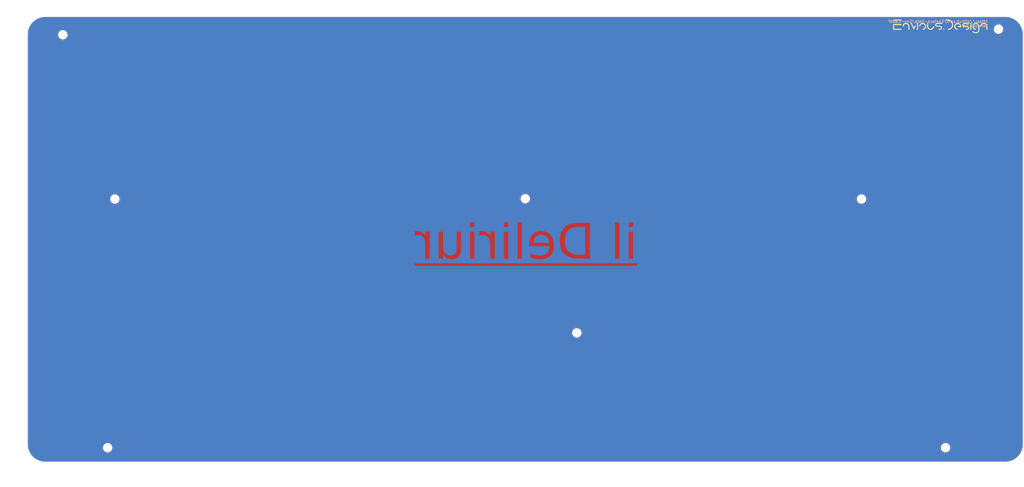
<source format=kicad_pcb>
(kicad_pcb (version 20221018) (generator pcbnew)
  (layers (0 "F.Cu" signal) (31 "B.Cu" signal) (34 "B.Paste" user) (35 "F.Paste" user) (36 "B.SilkS" user "B.Silkscreen") (37 "F.SilkS" user "F.Silkscreen") (38 "B.Mask" user) (39 "F.Mask" user) (44 "Edge.Cuts" user))
  (net 0 "")
  (footprint "Env_Extras:MountingHole_2.2mm_M2-MODIFIED" (layer "F.Cu") (at 233.15 122.85)
    (fp_text reference "H1")
    (fp_text value "MountingHole")
    (pad "" np_thru_hole circle (at 0 0) (size 2.2 2.2) (drill 2.2) (layers "*.Cu" "*.Mask"))
  )
  (footprint "Env_Extras:MountingHole_2.2mm_M2-MODIFIED" (layer "F.Cu") (at 87 38.1)
    (fp_text reference "H3")
    (fp_text value "MountingHole")
    (pad "" np_thru_hole circle (at 0 0) (size 2.2 2.2) (drill 2.2) (layers "*.Cu" "*.Mask"))
  )
  (footprint "Env_Extras:MountingHole_2.2mm_M2-MODIFIED" (layer "F.Cu") (at 218.5 84.7)
    (fp_text reference "H9")
    (fp_text value "MountingHole")
    (pad "" np_thru_hole circle (at 0 0) (size 2.2 2.2) (drill 2.2) (layers "*.Cu" "*.Mask"))
  )
  (footprint "Env_Extras:MountingHole_2.2mm_M2-MODIFIED" (layer "F.Cu") (at 314.1 84.8)
    (fp_text reference "H10")
    (fp_text value "MountingHole")
    (pad "" np_thru_hole circle (at 0 0) (size 2.2 2.2) (drill 2.2) (layers "*.Cu" "*.Mask"))
  )
  (footprint "Env_Extras:MountingHole_2.2mm_M2-MODIFIED" (layer "F.Cu") (at 99.75 155.5)
    (fp_text reference "H2")
    (fp_text value "MountingHole")
    (pad "" np_thru_hole circle (at 0 0) (size 2.2 2.2) (drill 2.2) (layers "*.Cu" "*.Mask"))
  )
  (footprint "Env_Extras:MountingHole_2.2mm_M2-MODIFIED" (layer "F.Cu") (at 101.8 84.8)
    (fp_text reference "H4")
    (fp_text value "MountingHole")
    (pad "" np_thru_hole circle (at 0 0) (size 2.2 2.2) (drill 2.2) (layers "*.Cu" "*.Mask"))
  )
  (footprint "Env_Extras:MountingHole_2.2mm_M2-MODIFIED" (layer "F.Cu") (at 338 155.5)
    (fp_text reference "H6")
    (fp_text value "MountingHole")
    (pad "" np_thru_hole circle (at 0 0) (size 2.2 2.2) (drill 2.2) (layers "*.Cu" "*.Mask"))
  )
  (footprint "Env_Extras:MountingHole_2.2mm_M2-MODIFIED" (layer "F.Cu") (at 353.05 36.5)
    (fp_text reference "H11")
    (fp_text value "MountingHole")
    (pad "" np_thru_hole circle (at 0 0) (size 2.2 2.2) (drill 2.2) (layers "*.Cu" "*.Mask"))
  )
  (footprint "kibuzzard-627518B3" (layer "F.Cu") (at 336.5 35.7)
    (fp_text reference "kibuzzard-627518B3" hide)
    (fp_text value "G***" hide)
    (fp_poly (pts (xy -11.031141 -1.980406) (xy -11.031141 -1.68275) (xy -13.408422 -1.68275) (xy -13.408422 -1.980406) (xy -11.031141 -1.980406)) (fill solid) (layer "F.SilkS"))
    (fp_poly (pts (xy -6.332141 1.004094) (xy -6.629797 1.004094) (xy -6.629797 -0.980281) (xy -6.332141 -0.980281) (xy -6.332141 1.004094)) (fill solid) (layer "F.SilkS"))
    (fp_poly (pts (xy 0.803672 0.678656) (xy 1.137047 0.678656) (xy 1.137047 1.000125) (xy 0.803672 1.000125) (xy 0.803672 0.678656)) (fill solid) (layer "F.SilkS"))
    (fp_poly (pts (xy 8.832453 1.004094) (xy 8.534797 1.004094) (xy 8.534797 -0.980281) (xy 8.832453 -0.980281) (xy 8.832453 1.004094)) (fill solid) (layer "F.SilkS"))
    (fp_poly (pts (xy -7.272734 -0.194469) (xy -6.931422 -0.194469) (xy -7.514828 0.968375) (xy -7.514828 0.988219) (xy -8.483203 -0.972344) (xy -8.153797 -0.972344) (xy -7.514828 0.329406) (xy -7.514828 0.309563) (xy -7.272734 -0.194469)) (fill solid) (layer "F.SilkS"))
    (fp_poly (pts (xy -11.031141 -0.396875) (xy -13.114734 -0.396875) (xy -13.114734 0.6985) (xy -11.031141 0.6985) (xy -11.031141 0.992188) (xy -13.408422 0.992188) (xy -13.408422 0.896938) (xy -13.408422 -0.396875) (xy -13.408422 -0.690563) (xy -11.031141 -0.690563) (xy -11.031141 -0.396875)) (fill solid) (layer "F.SilkS"))
    (fp_poly (pts (xy -10.757297 0.003969) (xy -10.737453 -0.195957) (xy -10.677922 -0.382984) (xy -10.584656 -0.552648) (xy -10.463609 -0.700484) (xy -10.317262 -0.82302) (xy -10.148094 -0.916781) (xy -9.961066 -0.976313) (xy -9.761141 -0.996156) (xy -9.561215 -0.976313) (xy -9.374188 -0.916781) (xy -9.204523 -0.82302) (xy -9.056688 -0.700484) (xy -8.934152 -0.552648) (xy -8.840391 -0.382984) (xy -8.780859 -0.195957) (xy -8.761016 0.003969) (xy -8.761016 1.000125) (xy -9.062641 1.000125) (xy -9.062641 0.003969) (xy -9.116219 -0.265906) (xy -9.265047 -0.488156) (xy -9.487297 -0.638969) (xy -9.761141 -0.694531) (xy -10.034984 -0.638969) (xy -10.257234 -0.488156) (xy -10.406063 -0.265906) (xy -10.459641 0.003969) (xy -10.757297 0.003969)) (fill solid) (layer "F.SilkS"))
    (fp_poly (pts (xy 11.412141 0.003969) (xy 11.431984 -0.195957) (xy 11.491516 -0.382984) (xy 11.584781 -0.552648) (xy 11.705828 -0.700484) (xy 11.852176 -0.82302) (xy 12.021344 -0.916781) (xy 12.208371 -0.976313) (xy 12.408297 -0.996156) (xy 12.608223 -0.976313) (xy 12.79525 -0.916781) (xy 12.964914 -0.82302) (xy 13.11275 -0.700484) (xy 13.235285 -0.552648) (xy 13.329047 -0.382984) (xy 13.388578 -0.195957) (xy 13.408422 0.003969) (xy 13.408422 1.000125) (xy 13.106797 1.000125) (xy 13.106797 0.003969) (xy 13.053219 -0.265906) (xy 12.904391 -0.488156) (xy 12.682141 -0.638969) (xy 12.408297 -0.694531) (xy 12.134453 -0.638969) (xy 11.912203 -0.488156) (xy 11.763375 -0.265906) (xy 11.709797 0.003969) (xy 11.412141 0.003969)) (fill solid) (layer "F.SilkS"))
    (fp_poly (pts (xy -2.756297 0.702469) (xy -2.488406 0.646906) (xy -2.268141 0.498078) (xy -2.117328 0.277813) (xy -2.061766 0.007938) (xy -2.061766 0) (xy -1.760141 0) (xy -1.760141 0.007938) (xy -1.779984 0.207863) (xy -1.839516 0.394891) (xy -1.932781 0.564059) (xy -2.053828 0.710406) (xy -2.200672 0.831453) (xy -2.371328 0.924719) (xy -2.558852 0.98425) (xy -2.756297 1.004094) (xy -2.956223 0.98425) (xy -3.14325 0.924719) (xy -3.312418 0.831453) (xy -3.458766 0.710406) (xy -3.579813 0.564059) (xy -3.673078 0.394891) (xy -3.732609 0.207863) (xy -3.752453 0.007938) (xy -3.752453 -0.988219) (xy -3.450828 -0.988219) (xy -3.450828 0.007938) (xy -3.39725 0.277813) (xy -3.250406 0.498078) (xy -3.030141 0.646906) (xy -2.756297 0.702469)) (fill solid) (layer "F.SilkS"))
    (fp_poly (pts (xy 1.490266 -1.976438) (xy 2.276078 -1.976438) (xy 2.501305 -1.951137) (xy 2.740422 -1.875234) (xy 2.976563 -1.751211) (xy 3.192859 -1.581547) (xy 3.381375 -1.36773) (xy 3.534172 -1.11125) (xy 3.635375 -0.815578) (xy 3.669109 -0.484188) (xy 3.638848 -0.178098) (xy 3.548063 0.105172) (xy 3.408164 0.358676) (xy 3.230563 0.575469) (xy 3.020715 0.752574) (xy 2.784078 0.887016) (xy 2.532063 0.971848) (xy 2.276078 1.000125) (xy 2.188766 1.000125) (xy 2.188766 0.702469) (xy 2.41548 0.680641) (xy 2.63525 0.615156) (xy 2.839145 0.51048) (xy 3.018234 0.371078) (xy 3.168055 0.198438) (xy 3.284141 -0.005953) (xy 3.358555 -0.237629) (xy 3.383359 -0.492125) (xy 3.362027 -0.715367) (xy 3.298031 -0.932656) (xy 3.19534 -1.135063) (xy 3.057922 -1.313656) (xy 2.88677 -1.464469) (xy 2.682875 -1.583531) (xy 2.449215 -1.660922) (xy 2.188766 -1.686719) (xy 1.490266 -1.686719) (xy 1.490266 -1.976438)) (fill solid) (layer "F.SilkS"))
    (fp_poly (pts (xy -5.034359 -0.980281) (xy -4.83741 -0.960934) (xy -4.651375 -0.902891) (xy -4.482207 -0.811113) (xy -4.335859 -0.690563) (xy -4.215309 -0.544215) (xy -4.123531 -0.375047) (xy -4.065488 -0.189012) (xy -4.046141 0.007938) (xy -4.065488 0.207863) (xy -4.123531 0.394891) (xy -4.215309 0.563563) (xy -4.335859 0.708422) (xy -4.482207 0.826988) (xy -4.651375 0.916781) (xy -4.83741 0.973336) (xy -5.034359 0.992188) (xy -5.034359 0.694531) (xy -4.764484 0.640953) (xy -4.544219 0.494109) (xy -4.397375 0.275828) (xy -4.343797 0.007938) (xy -4.397375 -0.261938) (xy -4.544219 -0.482203) (xy -4.764484 -0.629047) (xy -5.034359 -0.682625) (xy -5.30225 -0.629047) (xy -5.520531 -0.482203) (xy -5.667375 -0.261938) (xy -5.720953 0.007938) (xy -6.018609 0.007938) (xy -5.999262 -0.189012) (xy -5.941219 -0.375047) (xy -5.849441 -0.544215) (xy -5.728891 -0.690563) (xy -5.583039 -0.811113) (xy -5.415359 -0.902891) (xy -5.230813 -0.960934) (xy -5.034359 -0.980281)) (fill solid) (layer "F.SilkS"))
    (fp_poly (pts (xy -1.192609 -0.4445) (xy -1.075531 -0.250031) (xy -0.791766 -0.194469) (xy -0.494109 -0.194469) (xy -0.319484 -0.1905) (xy -0.105172 -0.168672) (xy 0.115094 -0.115094) (xy 0.311547 -0.011906) (xy 0.452438 0.156766) (xy 0.506016 0.404813) (xy 0.452438 0.646906) (xy 0.313531 0.811609) (xy 0.121047 0.914797) (xy -0.097234 0.970359) (xy -0.309563 0.992188) (xy -0.482203 0.996156) (xy -0.482203 0.706438) (xy -0.303609 0.710406) (xy -0.075406 0.690563) (xy 0.121047 0.60325) (xy 0.204391 0.404813) (xy 0.156766 0.246063) (xy 0.035719 0.154781) (xy -0.123031 0.115094) (xy -0.283766 0.107156) (xy -0.791766 0.107156) (xy -1.073547 0.067469) (xy -1.291828 -0.045641) (xy -1.432719 -0.22225) (xy -1.482328 -0.452438) (xy -1.406922 -0.710406) (xy -1.212453 -0.875109) (xy -0.948531 -0.964406) (xy -0.664766 -0.992188) (xy 0.506016 -0.992188) (xy 0.506016 -0.690563) (xy -0.791766 -0.682625) (xy -0.894953 -0.668734) (xy -1.027906 -0.635) (xy -1.143 -0.565547) (xy -1.192609 -0.4445)) (fill solid) (layer "F.SilkS"))
    (fp_poly (pts (xy 6.538516 -0.4445) (xy 6.655594 -0.250031) (xy 6.939359 -0.194469) (xy 7.237016 -0.194469) (xy 7.411641 -0.1905) (xy 7.625953 -0.168672) (xy 7.846219 -0.115094) (xy 8.042672 -0.011906) (xy 8.183563 0.156766) (xy 8.237141 0.404813) (xy 8.183563 0.646906) (xy 8.044656 0.811609) (xy 7.852172 0.914797) (xy 7.633891 0.970359) (xy 7.421563 0.992188) (xy 7.248922 0.996156) (xy 7.248922 0.706438) (xy 7.427516 0.710406) (xy 7.655719 0.690563) (xy 7.852172 0.60325) (xy 7.935516 0.404813) (xy 7.887891 0.246063) (xy 7.766844 0.154781) (xy 7.608094 0.115094) (xy 7.447359 0.107156) (xy 6.939359 0.107156) (xy 6.657578 0.067469) (xy 6.439297 -0.045641) (xy 6.298406 -0.22225) (xy 6.248797 -0.452438) (xy 6.324203 -0.710406) (xy 6.518672 -0.875109) (xy 6.782594 -0.964406) (xy 7.066359 -0.992188) (xy 8.237141 -0.992188) (xy 8.237141 -0.690563) (xy 6.939359 -0.682625) (xy 6.836172 -0.668734) (xy 6.703219 -0.635) (xy 6.588125 -0.565547) (xy 6.538516 -0.4445)) (fill solid) (layer "F.SilkS"))
    (fp_poly (pts (xy 4.962922 1.008063) (xy 4.762996 0.988715) (xy 4.575969 0.930672) (xy 4.406801 0.838895) (xy 4.260453 0.718344) (xy 4.139902 0.571996) (xy 4.048125 0.402828) (xy 3.990082 0.215801) (xy 3.970734 0.015875) (xy 3.990082 -0.181074) (xy 4.048125 -0.367109) (xy 4.139902 -0.536277) (xy 4.260453 -0.682625) (xy 4.406801 -0.803672) (xy 4.575969 -0.896938) (xy 4.762996 -0.956469) (xy 4.962922 -0.976313) (xy 5.159871 -0.956469) (xy 5.345906 -0.896938) (xy 5.515074 -0.803672) (xy 5.661422 -0.682625) (xy 5.782469 -0.536277) (xy 5.875734 -0.367109) (xy 5.935266 -0.181074) (xy 5.955109 0.015875) (xy 5.955109 0.206375) (xy 4.962922 0.206375) (xy 4.962922 -0.091281) (xy 5.657453 -0.091281) (xy 5.603875 -0.3175) (xy 5.455047 -0.504031) (xy 5.232797 -0.631031) (xy 4.962922 -0.678656) (xy 4.689078 -0.625078) (xy 4.468813 -0.47625) (xy 4.321969 -0.254) (xy 4.268391 0.015875) (xy 4.321969 0.289719) (xy 4.468813 0.509984) (xy 4.689078 0.656828) (xy 4.962922 0.710406) (xy 4.962922 1.008063)) (fill solid) (layer "F.SilkS"))
    (fp_poly (pts (xy 11.118453 0.992188) (xy 11.099105 1.189137) (xy 11.041063 1.375172) (xy 10.949285 1.54434) (xy 10.828734 1.690688) (xy 10.682387 1.811238) (xy 10.513219 1.903016) (xy 10.326191 1.961059) (xy 10.126266 1.980406) (xy 9.930805 1.969492) (xy 9.749234 1.93675) (xy 9.58602 1.884164) (xy 9.445625 1.813719) (xy 9.235281 1.625203) (xy 9.138047 1.385094) (xy 9.495234 1.385094) (xy 9.558734 1.504156) (xy 9.669859 1.601391) (xy 9.850438 1.664891) (xy 10.126266 1.68275) (xy 10.400109 1.629172) (xy 10.620375 1.482328) (xy 10.767219 1.262063) (xy 10.820797 0.992188) (xy 10.820797 0) (xy 10.767219 -0.269875) (xy 10.620375 -0.492125) (xy 10.400109 -0.640953) (xy 10.126266 -0.694531) (xy 9.862344 -0.640953) (xy 9.642078 -0.492125) (xy 9.491266 -0.269875) (xy 9.435703 0) (xy 9.491266 0.269875) (xy 9.642078 0.492125) (xy 9.862344 0.640953) (xy 10.126266 0.694531) (xy 10.126266 0.992188) (xy 9.929316 0.97284) (xy 9.743281 0.914797) (xy 9.574113 0.823516) (xy 9.427766 0.704453) (xy 9.307215 0.559594) (xy 9.215438 0.390922) (xy 9.157395 0.202902) (xy 9.138047 0) (xy 9.157395 -0.196949) (xy 9.215438 -0.382984) (xy 9.307215 -0.552152) (xy 9.427766 -0.6985) (xy 9.574113 -0.819051) (xy 9.743281 -0.910828) (xy 9.929316 -0.968871) (xy 10.126266 -0.988219) (xy 10.326191 -0.968871) (xy 10.513219 -0.910828) (xy 10.682387 -0.819051) (xy 10.828734 -0.6985) (xy 10.949285 -0.552152) (xy 11.041063 -0.382984) (xy 11.099105 -0.196949) (xy 11.118453 0) (xy 11.118453 0.992188)) (fill solid) (layer "F.SilkS"))
  )
  (gr_line (start 360 45.5) (end 360 38) (stroke (width 0.1)) (layer "Edge.Cuts"))
  (gr_arc (start 360 154.5) (mid 358.535534 158.035534) (end 355 159.5) (stroke (width 0.1)) (layer "Edge.Cuts"))
  (gr_arc (start 82 159.5) (mid 78.464466 158.035534) (end 77 154.5) (stroke (width 0.1)) (layer "Edge.Cuts"))
  (gr_line (start 77 38) (end 77 154.5) (stroke (width 0.1)) (layer "Edge.Cuts"))
  (gr_line (start 306.02804 33.003128) (end 355 33) (stroke (width 0.1)) (layer "Edge.Cuts"))
  (gr_line (start 360 52.5) (end 360 154.5) (stroke (width 0.1)) (layer "Edge.Cuts"))
  (gr_line (start 360 45.5) (end 360 52.5) (stroke (width 0.1)) (layer "Edge.Cuts"))
  (gr_arc (start 77 38) (mid 78.464466 34.464466) (end 82 33) (stroke (width 0.1)) (layer "Edge.Cuts"))
  (gr_line (start 82 159.5) (end 355 159.5) (stroke (width 0.1)) (layer "Edge.Cuts"))
  (gr_line (start 306.02804 33.003128) (end 82 33) (stroke (width 0.1)) (layer "Edge.Cuts"))
  (gr_arc (start 355 33) (mid 358.535534 34.464466) (end 360 38) (stroke (width 0.1)) (layer "Edge.Cuts"))
  (gr_text "Lil Delirium" (at 218.6 97.6) (layer "B.Cu" knockout) (effects (font (size 10 10) (thickness 1.875)) (justify mirror)))
  (gr_text "https://github.com/Envious-Data/Env-KB60F\nVersion: 2.0" (at 350.046373 34.921538) (layer "B.SilkS") (effects (font (size 0.8 0.8)) (justify left mirror)))
  (zone (net 0) (net_name "") (layer "F.Cu") (connect_pads yes (clearance 0.508)) (min_thickness 0.254) (fill yes (thermal_gap 0.508) (thermal_bridge_width 0.508))
    (polygon (pts (xy 360 159.5) (xy 77 159.5) (xy 77 32.9) (xy 360 32.9)))
  )
  (zone (net 0) (net_name "") (layer "B.Cu") (connect_pads yes (clearance 0.508)) (min_thickness 0.254) (fill yes (thermal_gap 0.508) (thermal_bridge_width 0.508))
    (polygon (pts (xy 360 159.5) (xy 77 159.5) (xy 77 32.9) (xy 360 32.9)))
  )
)
</source>
